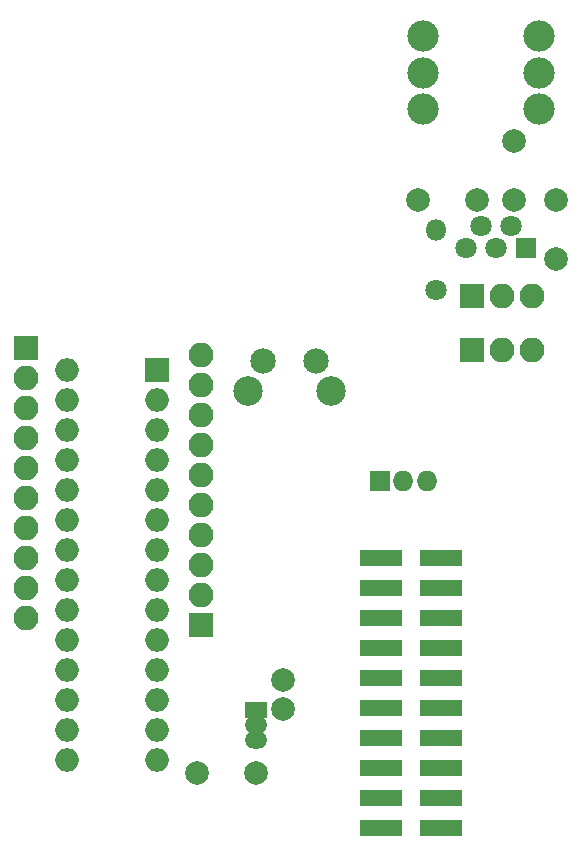
<source format=gbs>
G04 #@! TF.GenerationSoftware,KiCad,Pcbnew,(5.0.0)*
G04 #@! TF.CreationDate,2020-03-09T19:14:55+01:00*
G04 #@! TF.ProjectId,KXKM_esp_remote_control_module,4B584B4D5F6573705F72656D6F74655F,rev?*
G04 #@! TF.SameCoordinates,Original*
G04 #@! TF.FileFunction,Soldermask,Bot*
G04 #@! TF.FilePolarity,Negative*
%FSLAX46Y46*%
G04 Gerber Fmt 4.6, Leading zero omitted, Abs format (unit mm)*
G04 Created by KiCad (PCBNEW (5.0.0)) date 03/09/20 19:14:55*
%MOMM*%
%LPD*%
G01*
G04 APERTURE LIST*
%ADD10R,2.100000X2.100000*%
%ADD11O,2.100000X2.100000*%
%ADD12R,3.550000X1.400000*%
%ADD13C,2.000000*%
%ADD14R,2.000000X2.000000*%
%ADD15O,2.000000X2.000000*%
%ADD16O,1.900000X1.450000*%
%ADD17R,1.900000X1.450000*%
%ADD18C,1.800000*%
%ADD19O,1.800000X1.800000*%
%ADD20C,2.650000*%
%ADD21R,1.800000X1.800000*%
%ADD22C,2.500000*%
%ADD23C,2.150000*%
%ADD24R,1.750000X1.750000*%
%ADD25O,1.750000X1.750000*%
G04 APERTURE END LIST*
D10*
G04 #@! TO.C,J6*
X177292000Y-70104000D03*
D11*
X179832000Y-70104000D03*
X182372000Y-70104000D03*
G04 #@! TD*
G04 #@! TO.C,J5*
X139573000Y-97332800D03*
X139573000Y-94792800D03*
X139573000Y-92252800D03*
X139573000Y-89712800D03*
X139573000Y-87172800D03*
X139573000Y-84632800D03*
X139573000Y-82092800D03*
X139573000Y-79552800D03*
X139573000Y-77012800D03*
D10*
X139573000Y-74472800D03*
G04 #@! TD*
D12*
G04 #@! TO.C,J2*
X169620000Y-115170000D03*
X174670000Y-115170000D03*
X169620000Y-112630000D03*
X174670000Y-112630000D03*
X169620000Y-110090000D03*
X174670000Y-110090000D03*
X169620000Y-107550000D03*
X174670000Y-107550000D03*
X169620000Y-105010000D03*
X174670000Y-105010000D03*
X169620000Y-102470000D03*
X174670000Y-102470000D03*
X169620000Y-99930000D03*
X174670000Y-99930000D03*
X169620000Y-97390000D03*
X174670000Y-97390000D03*
X169620000Y-94850000D03*
X174670000Y-94850000D03*
X169620000Y-92310000D03*
X174670000Y-92310000D03*
G04 #@! TD*
D11*
G04 #@! TO.C,J1*
X182372000Y-74676000D03*
X179832000Y-74676000D03*
D10*
X177292000Y-74676000D03*
G04 #@! TD*
G04 #@! TO.C,J4*
X154406600Y-97967800D03*
D11*
X154406600Y-95427800D03*
X154406600Y-92887800D03*
X154406600Y-90347800D03*
X154406600Y-87807800D03*
X154406600Y-85267800D03*
X154406600Y-82727800D03*
X154406600Y-80187800D03*
X154406600Y-77647800D03*
X154406600Y-75107800D03*
G04 #@! TD*
D13*
G04 #@! TO.C,C1*
X180848000Y-61976000D03*
X180848000Y-56976000D03*
G04 #@! TD*
G04 #@! TO.C,C2*
X184404000Y-61976000D03*
X184404000Y-66976000D03*
G04 #@! TD*
G04 #@! TO.C,C3*
X177720000Y-61976000D03*
X172720000Y-61976000D03*
G04 #@! TD*
G04 #@! TO.C,C5*
X159004000Y-110490000D03*
X154004000Y-110490000D03*
G04 #@! TD*
G04 #@! TO.C,C4*
X161290000Y-102600000D03*
X161290000Y-105100000D03*
G04 #@! TD*
D14*
G04 #@! TO.C,U3*
X150622000Y-76377800D03*
D15*
X143002000Y-109397800D03*
X150622000Y-78917800D03*
X143002000Y-106857800D03*
X150622000Y-81457800D03*
X143002000Y-104317800D03*
X150622000Y-83997800D03*
X143002000Y-101777800D03*
X150622000Y-86537800D03*
X143002000Y-99237800D03*
X150622000Y-89077800D03*
X143002000Y-96697800D03*
X150622000Y-91617800D03*
X143002000Y-94157800D03*
X150622000Y-94157800D03*
X143002000Y-91617800D03*
X150622000Y-96697800D03*
X143002000Y-89077800D03*
X150622000Y-99237800D03*
X143002000Y-86537800D03*
X150622000Y-101777800D03*
X143002000Y-83997800D03*
X150622000Y-104317800D03*
X143002000Y-81457800D03*
X150622000Y-106857800D03*
X143002000Y-78917800D03*
X150622000Y-109397800D03*
X143002000Y-76377800D03*
G04 #@! TD*
D16*
G04 #@! TO.C,U4*
X159004000Y-106426000D03*
X159004000Y-107696000D03*
D17*
X159004000Y-105156000D03*
G04 #@! TD*
D18*
G04 #@! TO.C,R1*
X174244000Y-69596000D03*
D19*
X174244000Y-64516000D03*
G04 #@! TD*
D20*
G04 #@! TO.C,U1*
X173154000Y-54304000D03*
X173154000Y-51205000D03*
X173154000Y-48104000D03*
X182954000Y-48104000D03*
X182954000Y-51205000D03*
X182954000Y-54304000D03*
D18*
X176784000Y-66040000D03*
X178054000Y-64135000D03*
X179324000Y-66040000D03*
X180594000Y-64135000D03*
D21*
X181864000Y-66040000D03*
G04 #@! TD*
D22*
G04 #@! TO.C,SW2*
X158374800Y-78105800D03*
D23*
X159634800Y-75615800D03*
X164134800Y-75615800D03*
D22*
X165384800Y-78105800D03*
G04 #@! TD*
D24*
G04 #@! TO.C,SW1*
X169494200Y-85775800D03*
D25*
X171494200Y-85775800D03*
X173494200Y-85775800D03*
G04 #@! TD*
M02*

</source>
